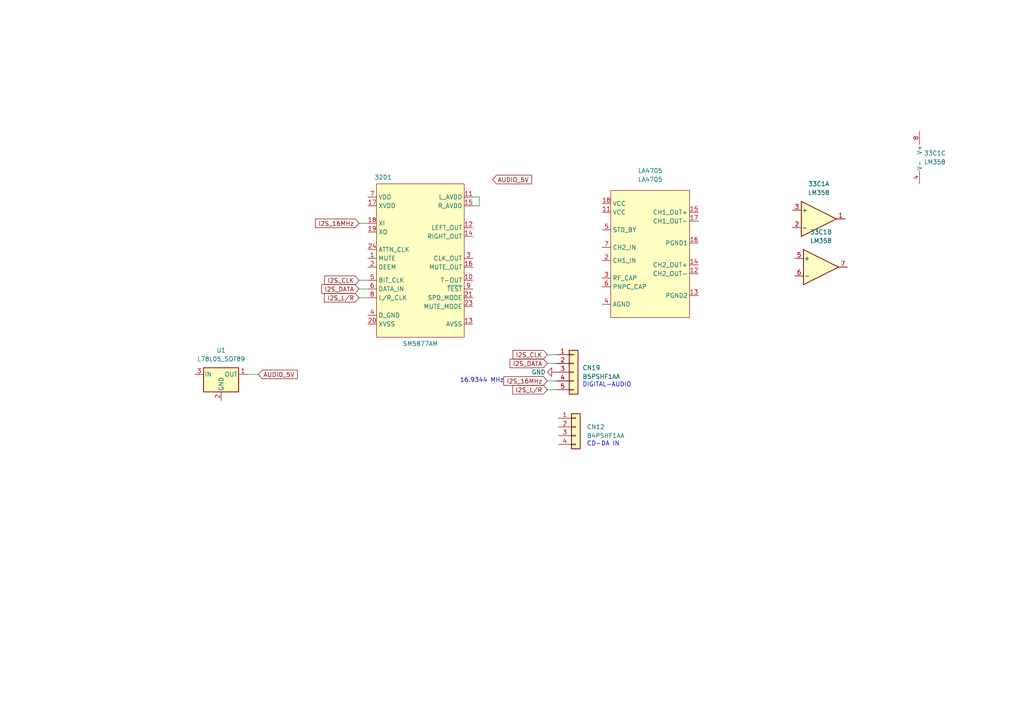
<source format=kicad_sch>
(kicad_sch (version 20211123) (generator eeschema)
  (paper "A4")
  (lib_symbols
    (symbol "Amplifier_Operational:LM358" (pin_names (offset 0.127))
      (property "Reference" "U" (at 0 5.08 0))
      (property "Value" "LM358" (at 0 -5.08 0))
      (symbol "LM358_1_1"
        (polyline (pts (xy -5.08 5.08) (xy 5.08 0) (xy -5.08 -5.08) (xy -5.08 5.08)) (stroke (width 0.254)) (fill (type background)))
        (pin output line (at 7.62 0 180) (length 2.54) (name "~") (number "1"))
        (pin input line (at -7.62 -2.54 0) (length 2.54) (name "-") (number "2"))
        (pin input line (at -7.62 2.54 0) (length 2.54) (name "+") (number "3"))
      )
      (symbol "LM358_2_1"
        (polyline (pts (xy -5.08 5.08) (xy 5.08 0) (xy -5.08 -5.08) (xy -5.08 5.08)) (stroke (width 0.254)) (fill (type background)))
        (pin input line (at -7.62 2.54 0) (length 2.54) (name "+") (number "5"))
        (pin input line (at -7.62 -2.54 0) (length 2.54) (name "-") (number "6"))
        (pin output line (at 7.62 0 180) (length 2.54) (name "~") (number "7"))
      )
      (symbol "LM358_3_1"
        (pin power_in line (at -2.54 -7.62 90) (length 3.81) (name "V-") (number "4"))
        (pin power_in line (at -2.54 7.62 270) (length 3.81) (name "V+") (number "8"))
      )
    )
    (symbol "Arcade:LA4705"
      (property "Reference" "U" (at -10.16 40.64 0))
      (property "Value" "LA4705" (at 0 0 0))
      (symbol "LA4705_0_1"
        (rectangle (start -11.43 38.1) (end 11.43 1.27) (fill (type background)))
      )
      (symbol "LA4705_1_1"
        (pin no_connect line (at -8.89 -2.54 0) (length 2.54) hide (name "N/C") (number "1"))
        (pin no_connect line (at -8.89 -10.16 0) (length 2.54) hide (name "N/C") (number "10"))
        (pin power_in line (at -13.97 31.75 0) (length 2.54) (name "VCC") (number "11"))
        (pin power_out line (at 13.97 13.97 180) (length 2.54) (name "CH2_OUT-") (number "12"))
        (pin power_in line (at 13.97 7.62 180) (length 2.54) (name "PGND2") (number "13"))
        (pin power_out line (at 13.97 16.51 180) (length 2.54) (name "CH2_OUT+") (number "14"))
        (pin power_out line (at 13.97 31.75 180) (length 2.54) (name "CH1_OUT+") (number "15"))
        (pin power_in line (at 13.97 22.86 180) (length 2.54) (name "PGND1") (number "16"))
        (pin power_in line (at 13.97 29.21 180) (length 2.54) (name "CH1_OUT-") (number "17"))
        (pin power_in line (at -13.97 34.29 0) (length 2.54) (name "VCC") (number "18"))
        (pin input line (at -13.97 17.78 0) (length 2.54) (name "CH1_IN") (number "2"))
        (pin passive line (at -13.97 12.7 0) (length 2.54) (name "RF_CAP") (number "3"))
        (pin power_in line (at -13.97 5.08 0) (length 2.54) (name "AGND") (number "4"))
        (pin input line (at -13.97 26.67 0) (length 2.54) (name "STD_BY") (number "5"))
        (pin passive line (at -13.97 10.16 0) (length 2.54) (name "PNPC_CAP") (number "6"))
        (pin input line (at -13.97 21.59 0) (length 2.54) (name "CH2_IN") (number "7"))
        (pin no_connect line (at -8.89 -5.08 0) (length 2.54) hide (name "N/C") (number "8"))
        (pin no_connect line (at -8.89 -7.62 0) (length 2.54) hide (name "N/C") (number "9"))
      )
    )
    (symbol "Arcade:SM5877AM"
      (property "Reference" "U" (at -10.16 49.53 0))
      (property "Value" "SM5877AM" (at 0 0 0))
      (symbol "SM5877AM_0_1"
        (rectangle (start -12.7 46.99) (end 12.7 2.54) (fill (type background)))
      )
      (symbol "SM5877AM_1_1"
        (pin input line (at -15.24 25.4 0) (length 2.54) (name "MUTE") (number "1"))
        (pin output line (at 15.24 19.05 180) (length 2.54) (name "T-OUT") (number "10"))
        (pin power_in line (at 15.24 43.18 180) (length 2.54) (name "L_AVDD") (number "11"))
        (pin output line (at 15.24 34.29 180) (length 2.54) (name "LEFT_OUT") (number "12"))
        (pin power_in line (at 15.24 6.35 180) (length 2.54) (name "AVSS") (number "13"))
        (pin output line (at 15.24 31.75 180) (length 2.54) (name "RIGHT_OUT") (number "14"))
        (pin power_in line (at 15.24 40.64 180) (length 2.54) (name "R_AVDD") (number "15"))
        (pin output line (at 15.24 22.86 180) (length 2.54) (name "MUTE_OUT") (number "16"))
        (pin power_in line (at -15.24 40.64 0) (length 2.54) (name "XVDD") (number "17"))
        (pin input line (at -15.24 35.56 0) (length 2.54) (name "XI") (number "18"))
        (pin output line (at -15.24 33.02 0) (length 2.54) (name "XO") (number "19"))
        (pin input line (at -15.24 22.86 0) (length 2.54) (name "DEEM") (number "2"))
        (pin power_in line (at -15.24 6.35 0) (length 2.54) (name "XVSS") (number "20"))
        (pin input line (at 15.24 13.97 180) (length 2.54) (name "SPD_MODE") (number "21"))
        (pin input line (at 15.24 11.43 180) (length 2.54) (name "MUTE_MODE") (number "23"))
        (pin input line (at -15.24 27.94 0) (length 2.54) (name "ATTN_CLK") (number "24"))
        (pin output line (at 15.24 25.4 180) (length 2.54) (name "CLK_OUT") (number "3"))
        (pin power_in line (at -15.24 8.89 0) (length 2.54) (name "D_GND") (number "4"))
        (pin input line (at -15.24 19.05 0) (length 2.54) (name "BIT_CLK") (number "5"))
        (pin input line (at -15.24 16.51 0) (length 2.54) (name "DATA_IN") (number "6"))
        (pin power_in line (at -15.24 43.18 0) (length 2.54) (name "VDD") (number "7"))
        (pin input line (at -15.24 13.97 0) (length 2.54) (name "L/R_CLK") (number "8"))
        (pin input line (at 15.24 16.51 180) (length 2.54) (name "~{TEST}") (number "9"))
      )
    )
    (symbol "Connector_Generic:Conn_01x04" (pin_names (offset 1.016) hide)
      (property "Reference" "J" (at 0 5.08 0))
      (property "Value" "Conn_01x04" (at 0 -7.62 0))
      (symbol "Conn_01x04_1_1"
        (rectangle (start -1.27 -4.953) (end 0 -5.207) (stroke (width 0.1524)))
        (rectangle (start -1.27 -2.413) (end 0 -2.667) (stroke (width 0.1524)))
        (rectangle (start -1.27 0.127) (end 0 -0.127) (stroke (width 0.1524)))
        (rectangle (start -1.27 2.667) (end 0 2.413) (stroke (width 0.1524)))
        (rectangle (start -1.27 3.81) (end 1.27 -6.35) (stroke (width 0.254)) (fill (type background)))
        (pin passive line (at -5.08 2.54 0) (length 3.81) (name "Pin_1") (number "1"))
        (pin passive line (at -5.08 0 0) (length 3.81) (name "Pin_2") (number "2"))
        (pin passive line (at -5.08 -2.54 0) (length 3.81) (name "Pin_3") (number "3"))
        (pin passive line (at -5.08 -5.08 0) (length 3.81) (name "Pin_4") (number "4"))
      )
    )
    (symbol "Connector_Generic:Conn_01x05" (pin_names (offset 1.016) hide)
      (property "Reference" "J" (at 0 7.62 0))
      (property "Value" "Conn_01x05" (at 0 -7.62 0))
      (symbol "Conn_01x05_1_1"
        (rectangle (start -1.27 -4.953) (end 0 -5.207) (stroke (width 0.1524)))
        (rectangle (start -1.27 -2.413) (end 0 -2.667) (stroke (width 0.1524)))
        (rectangle (start -1.27 0.127) (end 0 -0.127) (stroke (width 0.1524)))
        (rectangle (start -1.27 2.667) (end 0 2.413) (stroke (width 0.1524)))
        (rectangle (start -1.27 5.207) (end 0 4.953) (stroke (width 0.1524)))
        (rectangle (start -1.27 6.35) (end 1.27 -6.35) (stroke (width 0.254)) (fill (type background)))
        (pin passive line (at -5.08 5.08 0) (length 3.81) (name "Pin_1") (number "1"))
        (pin passive line (at -5.08 2.54 0) (length 3.81) (name "Pin_2") (number "2"))
        (pin passive line (at -5.08 0 0) (length 3.81) (name "Pin_3") (number "3"))
        (pin passive line (at -5.08 -2.54 0) (length 3.81) (name "Pin_4") (number "4"))
        (pin passive line (at -5.08 -5.08 0) (length 3.81) (name "Pin_5") (number "5"))
      )
    )
    (symbol "Regulator_Linear:L78L05_SOT89" (pin_names (offset 0.254))
      (property "Reference" "U" (at -3.81 3.175 0))
      (property "Value" "L78L05_SOT89" (at -0.635 3.175 0))
      (symbol "L78L05_SOT89_0_1"
        (rectangle (start -5.08 1.905) (end 5.08 -5.08) (stroke (width 0.254)) (fill (type background)))
      )
      (symbol "L78L05_SOT89_1_1"
        (pin power_out line (at 7.62 0 180) (length 2.54) (name "OUT") (number "1"))
        (pin power_in line (at 0 -7.62 90) (length 2.54) (name "GND") (number "2"))
        (pin power_in line (at -7.62 0 0) (length 2.54) (name "IN") (number "3"))
      )
    )
    (symbol "power:GND" (power) (pin_names (offset 0))
      (property "Value" "GND" (at 0 -3.81 0))
      (symbol "GND_0_1"
        (polyline (pts (xy 0 0) (xy 0 -1.27) (xy 1.27 -1.27) (xy 0 -2.54) (xy -1.27 -1.27) (xy 0 -1.27)))
      )
      (symbol "GND_1_1"
        (pin power_in line (at 0 0 270) (length 0) hide (name "GND") (number "1"))
      )
    )
  )
  (wire (pts (xy 158.75 113.03) (xy 161.29 113.03)))
  (wire (pts (xy 158.75 110.49) (xy 161.29 110.49)))
  (wire (pts (xy 104.14 64.77) (xy 106.68 64.77)))
  (wire (pts (xy 158.75 102.87) (xy 161.29 102.87)))
  (wire (pts (xy 158.75 105.41) (xy 161.29 105.41)))
  (wire (pts (xy 104.14 83.82) (xy 106.68 83.82)))
  (wire (pts (xy 137.16 59.69) (xy 139.065 59.69)))
  (wire (pts (xy 104.14 86.36) (xy 106.68 86.36)))
  (wire (pts (xy 71.755 108.585) (xy 74.93 108.585)))
  (wire (pts (xy 137.16 57.15) (xy 139.065 57.15)))
  (wire (pts (xy 104.14 81.28) (xy 106.68 81.28)))
  (wire (pts (xy 139.065 57.15) (xy 139.065 59.69)))
  (text "16.9344 MHz" (at 133.35 111.125 0) (effects (font (size 1.27 1.27)) (justify left bottom)))
  (text "CD-DA IN" (at 170.18 129.54 0) (effects (font (size 1.27 1.27)) (justify left bottom)))
  (text "DIGITAL-AUDIO" (at 168.91 112.395 0) (effects (font (size 1.27 1.27)) (justify left bottom)))
  (global_label "I2S_CLK" (shape input) (at 158.75 102.87 180) (property "Intersheet References" "${INTERSHEET_REFS}" (effects hide)))
  (global_label "I2S_CLK" (shape input) (at 104.14 81.28 180) (property "Intersheet References" "${INTERSHEET_REFS}" (effects hide)))
  (global_label "I2S_L{slash}R" (shape input) (at 158.75 113.03 180) (property "Intersheet References" "${INTERSHEET_REFS}" (effects hide)))
  (global_label "I2S_DATA" (shape input) (at 158.75 105.41 180) (property "Intersheet References" "${INTERSHEET_REFS}" (effects hide)))
  (global_label "I2S_16MHz" (shape input) (at 158.75 110.49 180) (property "Intersheet References" "${INTERSHEET_REFS}" (effects hide)))
  (global_label "I2S_L{slash}R" (shape input) (at 104.14 86.36 180) (property "Intersheet References" "${INTERSHEET_REFS}" (effects hide)))
  (global_label "I2S_16MHz" (shape input) (at 104.14 64.77 180) (property "Intersheet References" "${INTERSHEET_REFS}" (effects hide)))
  (global_label "I2S_DATA" (shape input) (at 104.14 83.82 180) (property "Intersheet References" "${INTERSHEET_REFS}" (effects hide)))
  (global_label "AUDIO_5V" (shape input) (at 142.875 52.07 0) (property "Intersheet References" "${INTERSHEET_REFS}" (effects hide)))
  (global_label "AUDIO_5V" (shape input) (at 74.93 108.585 0) (property "Intersheet References" "${INTERSHEET_REFS}" (effects hide)))
  (symbol (lib_id "Connector_Generic:Conn_01x05") (at 166.37 107.95 0) (unit 1)
    (property "Reference" "CN19" (at 168.91 106.6799 0) (effects (justify left)))
    (property "Value" "B5PSHF1AA" (at 168.91 109.2199 0) (effects (justify left)))
  )
  (symbol (lib_id "Regulator_Linear:L78L05_SOT89") (at 64.135 108.585 0) (unit 1)
    (property "Reference" "U1" (at 64.135 101.6 0))
    (property "Value" "L78L05_SOT89" (at 64.135 104.14 0))
    (property "Footprint" "Package_TO_SOT_SMD:SOT-89-3" (effects hide))
    (property "Datasheet" "http://www.st.com/content/ccc/resource/technical/document/datasheet/15/55/e5/aa/23/5b/43/fd/CD00000446.pdf/files/CD00000446.pdf/jcr:content/translations/en.CD00000446.pdf" (effects hide))
  )
  (symbol (lib_id "power:GND") (at 161.29 107.95 270) (unit 1)
    (property "Reference" "#PWR0264" (effects hide))
    (property "Value" "GND" (at 156.21 107.95 90))
  )
  (symbol (lib_id "Connector_Generic:Conn_01x04") (at 167.005 123.825 0) (unit 1)
    (property "Reference" "CN12" (at 170.18 123.8249 0) (effects (justify left)))
    (property "Value" "B4PSHF1AA" (at 170.18 126.3649 0) (effects (justify left)))
  )
  (symbol (lib_id "Arcade:LA4705") (at 188.595 93.345 0) (unit 1)
    (property "Reference" "LA4705" (at 188.595 49.53 0))
    (property "Value" "LA4705" (at 188.595 52.07 0))
    (property "Footprint" "Package_SIP:SIP18_Housing" (effects hide))
  )
  (symbol (lib_id "Amplifier_Operational:LM358") (at 237.49 63.5 0) (unit 1)
    (property "Reference" "33C1" (at 237.49 53.34 0))
    (property "Value" "LM358" (at 237.49 55.88 0))
    (property "Datasheet" "http://www.ti.com/lit/ds/symlink/lm2904-n.pdf" (effects hide))
  )
  (symbol (lib_id "Arcade:SM5877AM") (at 121.92 100.33 0) (unit 1)
    (property "Reference" "32D1" (at 111.125 51.435 0))
    (property "Value" "SM5877AM" (at 121.92 99.695 0))
    (property "Footprint" "Package_SO:SSOP-24_5.3x8.2mm_P0.65mm" (effects hide))
  )
  (symbol (lib_id "Amplifier_Operational:LM358") (at 238.125 77.47 0) (unit 2)
    (property "Reference" "33C1" (at 238.125 67.31 0))
    (property "Value" "LM358" (at 238.125 69.85 0))
    (property "Datasheet" "http://www.ti.com/lit/ds/symlink/lm2904-n.pdf" (effects hide))
  )
  (symbol (lib_id "Amplifier_Operational:LM358") (at 269.24 45.72 0) (unit 3)
    (property "Reference" "33C1" (at 267.97 44.4499 0) (effects (justify left)))
    (property "Value" "LM358" (at 267.97 46.9899 0) (effects (justify left)))
    (property "Datasheet" "http://www.ti.com/lit/ds/symlink/lm2904-n.pdf" (effects hide))
  )
)
</source>
